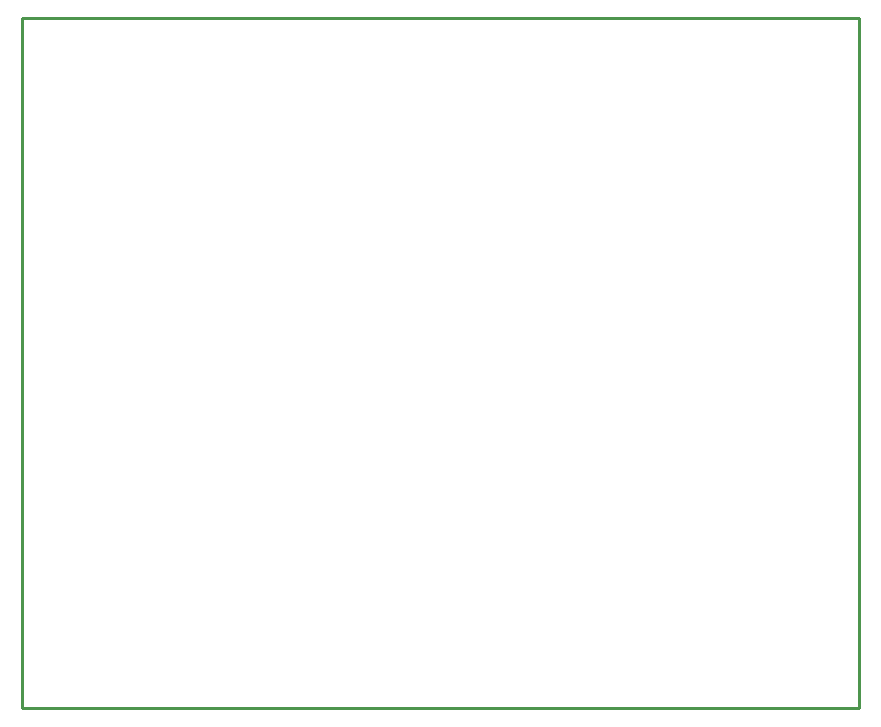
<source format=gbr>
G04 EAGLE Gerber RS-274X export*
G75*
%MOMM*%
%FSLAX34Y34*%
%LPD*%
%IN*%
%IPPOS*%
%AMOC8*
5,1,8,0,0,1.08239X$1,22.5*%
G01*
%ADD10C,0.254000*%


D10*
X127000Y38100D02*
X834900Y38100D01*
X834900Y622200D01*
X127000Y622200D01*
X127000Y38100D01*
M02*

</source>
